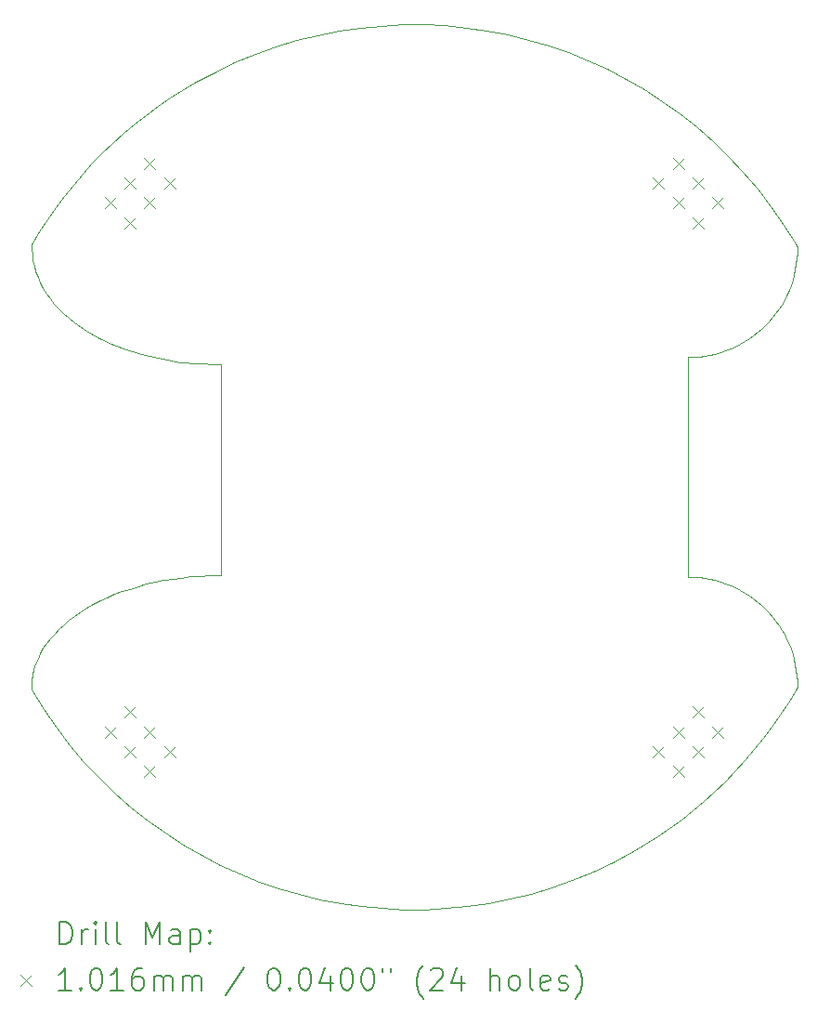
<source format=gbr>
%TF.GenerationSoftware,KiCad,Pcbnew,8.0.0*%
%TF.CreationDate,2024-04-10T23:53:37-03:00*%
%TF.ProjectId,sponsor_v1.0,73706f6e-736f-4725-9f76-312e302e6b69,rev?*%
%TF.SameCoordinates,Original*%
%TF.FileFunction,Drillmap*%
%TF.FilePolarity,Positive*%
%FSLAX45Y45*%
G04 Gerber Fmt 4.5, Leading zero omitted, Abs format (unit mm)*
G04 Created by KiCad (PCBNEW 8.0.0) date 2024-04-10 23:53:37*
%MOMM*%
%LPD*%
G01*
G04 APERTURE LIST*
%ADD10C,0.100000*%
%ADD11C,0.200000*%
%ADD12C,0.101600*%
G04 APERTURE END LIST*
D10*
X15630634Y-6474265D02*
X15822630Y-6492661D01*
X16013278Y-6520143D01*
X16202240Y-6556619D01*
X16389175Y-6601996D01*
X16573743Y-6656183D01*
X16755606Y-6719087D01*
X16934423Y-6790616D01*
X17109854Y-6870679D01*
X17281560Y-6959184D01*
X17449201Y-7056037D01*
X17612437Y-7161148D01*
X17770929Y-7274424D01*
X17924336Y-7395773D01*
X18072319Y-7525103D01*
X18214539Y-7662321D01*
X18350655Y-7807337D01*
X18480328Y-7960057D01*
X18603218Y-8120391D01*
X18718985Y-8288245D01*
X18827290Y-8463527D01*
X18845131Y-8495966D01*
X18843830Y-8547496D01*
X18839968Y-8598346D01*
X18833609Y-8648454D01*
X18824816Y-8697755D01*
X18813650Y-8746188D01*
X18800174Y-8793690D01*
X18784451Y-8840199D01*
X18766545Y-8885651D01*
X18746516Y-8929984D01*
X18724429Y-8973135D01*
X18700345Y-9015042D01*
X18674328Y-9055643D01*
X18646439Y-9094873D01*
X18616743Y-9132671D01*
X18585301Y-9168974D01*
X18552176Y-9203720D01*
X18517430Y-9236845D01*
X18481127Y-9268287D01*
X18443329Y-9297984D01*
X18404098Y-9325872D01*
X18363498Y-9351889D01*
X18321591Y-9375973D01*
X18278440Y-9398060D01*
X18234106Y-9418089D01*
X18188654Y-9435996D01*
X18142146Y-9451718D01*
X18094644Y-9465194D01*
X18046210Y-9476360D01*
X17996909Y-9485154D01*
X17946802Y-9491512D01*
X17895951Y-9495374D01*
X17844421Y-9496675D01*
X17844421Y-11496472D01*
X17895951Y-11497773D01*
X17946802Y-11501634D01*
X17996909Y-11507993D01*
X18046210Y-11516787D01*
X18094644Y-11527953D01*
X18142146Y-11541429D01*
X18188654Y-11557151D01*
X18234106Y-11575058D01*
X18278440Y-11595087D01*
X18321591Y-11617174D01*
X18363498Y-11641258D01*
X18404098Y-11667275D01*
X18443329Y-11695163D01*
X18481127Y-11724860D01*
X18517430Y-11756302D01*
X18552176Y-11789427D01*
X18585301Y-11824173D01*
X18616743Y-11860476D01*
X18646439Y-11898274D01*
X18674328Y-11937504D01*
X18700345Y-11978105D01*
X18724429Y-12020012D01*
X18746516Y-12063163D01*
X18766545Y-12107496D01*
X18784451Y-12152948D01*
X18800174Y-12199457D01*
X18813650Y-12246959D01*
X18824816Y-12295392D01*
X18833609Y-12344694D01*
X18839968Y-12394801D01*
X18843830Y-12445652D01*
X18845131Y-12497182D01*
X18827290Y-12529620D01*
X18758593Y-12642753D01*
X18686362Y-12753410D01*
X18610672Y-12861511D01*
X18531598Y-12966974D01*
X18449217Y-13069720D01*
X18363605Y-13169667D01*
X18274838Y-13266734D01*
X18182991Y-13360841D01*
X18088142Y-13451908D01*
X17990366Y-13539852D01*
X17889739Y-13624594D01*
X17786336Y-13706052D01*
X17680235Y-13784146D01*
X17571511Y-13858795D01*
X17460240Y-13929919D01*
X17346498Y-13997436D01*
X17164690Y-14095102D01*
X16980162Y-14182587D01*
X16793252Y-14259983D01*
X16604301Y-14327380D01*
X16413647Y-14384872D01*
X16221630Y-14432550D01*
X16028590Y-14470505D01*
X15834866Y-14498829D01*
X15640798Y-14517615D01*
X15446725Y-14526953D01*
X15252985Y-14526936D01*
X15059920Y-14517655D01*
X14867868Y-14499203D01*
X14677169Y-14471670D01*
X14488162Y-14435149D01*
X14301187Y-14389731D01*
X14116582Y-14335509D01*
X13934689Y-14272573D01*
X13755845Y-14201017D01*
X13580390Y-14120930D01*
X13408665Y-14032406D01*
X13241007Y-13935537D01*
X13077758Y-13830412D01*
X12919256Y-13717126D01*
X12765840Y-13595769D01*
X12617850Y-13466432D01*
X12475626Y-13329209D01*
X12339507Y-13184190D01*
X12209832Y-13031468D01*
X12086942Y-12871134D01*
X11971174Y-12703280D01*
X11862870Y-12527997D01*
X11862870Y-12492316D01*
X11865094Y-12440476D01*
X11871697Y-12389309D01*
X11882571Y-12338878D01*
X11897607Y-12289246D01*
X11916699Y-12240478D01*
X11939739Y-12192638D01*
X11966620Y-12145788D01*
X11997233Y-12099994D01*
X12031472Y-12055319D01*
X12069229Y-12011827D01*
X12110397Y-11969582D01*
X12154868Y-11928647D01*
X12202534Y-11889086D01*
X12253288Y-11850964D01*
X12307022Y-11814344D01*
X12363629Y-11779290D01*
X12423002Y-11745865D01*
X12485033Y-11714135D01*
X12549615Y-11684161D01*
X12616639Y-11656010D01*
X12685998Y-11629743D01*
X12757586Y-11605426D01*
X12831294Y-11583121D01*
X12907015Y-11562893D01*
X12984642Y-11544806D01*
X13064066Y-11528923D01*
X13145181Y-11515309D01*
X13227878Y-11504027D01*
X13312051Y-11495140D01*
X13397592Y-11488714D01*
X13484393Y-11484811D01*
X13572347Y-11483496D01*
X13587040Y-11483642D01*
X13586178Y-9561618D01*
X13556128Y-9561551D01*
X13383177Y-9556089D01*
X13215220Y-9540061D01*
X13053107Y-9513996D01*
X12897689Y-9478428D01*
X12749817Y-9433890D01*
X12610341Y-9380912D01*
X12480112Y-9320028D01*
X12359980Y-9251769D01*
X12250796Y-9176667D01*
X12153410Y-9095256D01*
X12068673Y-9008066D01*
X12031314Y-8962471D01*
X11997435Y-8915631D01*
X11967145Y-8867612D01*
X11940548Y-8818481D01*
X11917751Y-8768306D01*
X11898861Y-8717151D01*
X11883983Y-8665084D01*
X11873225Y-8612171D01*
X11866692Y-8558479D01*
X11864491Y-8504074D01*
X11862870Y-8465149D01*
X11931566Y-8351748D01*
X12003800Y-8240890D01*
X12079498Y-8132645D01*
X12158587Y-8027085D01*
X12240992Y-7924281D01*
X12326640Y-7824304D01*
X12415457Y-7727225D01*
X12507370Y-7633117D01*
X12602305Y-7542049D01*
X12700189Y-7454093D01*
X12800947Y-7369322D01*
X12904506Y-7287805D01*
X13010793Y-7209614D01*
X13119734Y-7134821D01*
X13231255Y-7063496D01*
X13345282Y-6995711D01*
X13526942Y-6897897D01*
X13711333Y-6810274D01*
X13898113Y-6732749D01*
X14086944Y-6665231D01*
X14277486Y-6607627D01*
X14469398Y-6559845D01*
X14662342Y-6521793D01*
X14855976Y-6493380D01*
X15049963Y-6474512D01*
X15243961Y-6465099D01*
X15437631Y-6465047D01*
X15630634Y-6474265D01*
D11*
D12*
X12529902Y-8039363D02*
X12631502Y-8140963D01*
X12631502Y-8039363D02*
X12529902Y-8140963D01*
X12529902Y-12859757D02*
X12631502Y-12961357D01*
X12631502Y-12859757D02*
X12529902Y-12961357D01*
X12709507Y-7859757D02*
X12811107Y-7961357D01*
X12811107Y-7859757D02*
X12709507Y-7961357D01*
X12709507Y-8218968D02*
X12811107Y-8320568D01*
X12811107Y-8218968D02*
X12709507Y-8320568D01*
X12709507Y-12680152D02*
X12811107Y-12781752D01*
X12811107Y-12680152D02*
X12709507Y-12781752D01*
X12709507Y-13039363D02*
X12811107Y-13140963D01*
X12811107Y-13039363D02*
X12709507Y-13140963D01*
X12889113Y-7680152D02*
X12990713Y-7781752D01*
X12990713Y-7680152D02*
X12889113Y-7781752D01*
X12889113Y-8039363D02*
X12990713Y-8140963D01*
X12990713Y-8039363D02*
X12889113Y-8140963D01*
X12889113Y-12859757D02*
X12990713Y-12961357D01*
X12990713Y-12859757D02*
X12889113Y-12961357D01*
X12889113Y-13218968D02*
X12990713Y-13320568D01*
X12990713Y-13218968D02*
X12889113Y-13320568D01*
X13068718Y-7859757D02*
X13170318Y-7961357D01*
X13170318Y-7859757D02*
X13068718Y-7961357D01*
X13068718Y-13039363D02*
X13170318Y-13140963D01*
X13170318Y-13039363D02*
X13068718Y-13140963D01*
X17529902Y-7859757D02*
X17631502Y-7961357D01*
X17631502Y-7859757D02*
X17529902Y-7961357D01*
X17529902Y-13039363D02*
X17631502Y-13140963D01*
X17631502Y-13039363D02*
X17529902Y-13140963D01*
X17709507Y-7680152D02*
X17811107Y-7781752D01*
X17811107Y-7680152D02*
X17709507Y-7781752D01*
X17709507Y-8039363D02*
X17811107Y-8140963D01*
X17811107Y-8039363D02*
X17709507Y-8140963D01*
X17709507Y-12859757D02*
X17811107Y-12961357D01*
X17811107Y-12859757D02*
X17709507Y-12961357D01*
X17709507Y-13218968D02*
X17811107Y-13320568D01*
X17811107Y-13218968D02*
X17709507Y-13320568D01*
X17889113Y-7859757D02*
X17990713Y-7961357D01*
X17990713Y-7859757D02*
X17889113Y-7961357D01*
X17889113Y-8218968D02*
X17990713Y-8320568D01*
X17990713Y-8218968D02*
X17889113Y-8320568D01*
X17889113Y-12680152D02*
X17990713Y-12781752D01*
X17990713Y-12680152D02*
X17889113Y-12781752D01*
X17889113Y-13039363D02*
X17990713Y-13140963D01*
X17990713Y-13039363D02*
X17889113Y-13140963D01*
X18068718Y-8039363D02*
X18170318Y-8140963D01*
X18170318Y-8039363D02*
X18068718Y-8140963D01*
X18068718Y-12859757D02*
X18170318Y-12961357D01*
X18170318Y-12859757D02*
X18068718Y-12961357D01*
D11*
X12118646Y-14843437D02*
X12118646Y-14643437D01*
X12118646Y-14643437D02*
X12166265Y-14643437D01*
X12166265Y-14643437D02*
X12194837Y-14652961D01*
X12194837Y-14652961D02*
X12213884Y-14672008D01*
X12213884Y-14672008D02*
X12223408Y-14691056D01*
X12223408Y-14691056D02*
X12232932Y-14729151D01*
X12232932Y-14729151D02*
X12232932Y-14757722D01*
X12232932Y-14757722D02*
X12223408Y-14795818D01*
X12223408Y-14795818D02*
X12213884Y-14814865D01*
X12213884Y-14814865D02*
X12194837Y-14833913D01*
X12194837Y-14833913D02*
X12166265Y-14843437D01*
X12166265Y-14843437D02*
X12118646Y-14843437D01*
X12318646Y-14843437D02*
X12318646Y-14710103D01*
X12318646Y-14748199D02*
X12328170Y-14729151D01*
X12328170Y-14729151D02*
X12337694Y-14719627D01*
X12337694Y-14719627D02*
X12356742Y-14710103D01*
X12356742Y-14710103D02*
X12375789Y-14710103D01*
X12442456Y-14843437D02*
X12442456Y-14710103D01*
X12442456Y-14643437D02*
X12432932Y-14652961D01*
X12432932Y-14652961D02*
X12442456Y-14662484D01*
X12442456Y-14662484D02*
X12451980Y-14652961D01*
X12451980Y-14652961D02*
X12442456Y-14643437D01*
X12442456Y-14643437D02*
X12442456Y-14662484D01*
X12566265Y-14843437D02*
X12547218Y-14833913D01*
X12547218Y-14833913D02*
X12537694Y-14814865D01*
X12537694Y-14814865D02*
X12537694Y-14643437D01*
X12671027Y-14843437D02*
X12651980Y-14833913D01*
X12651980Y-14833913D02*
X12642456Y-14814865D01*
X12642456Y-14814865D02*
X12642456Y-14643437D01*
X12899599Y-14843437D02*
X12899599Y-14643437D01*
X12899599Y-14643437D02*
X12966265Y-14786294D01*
X12966265Y-14786294D02*
X13032932Y-14643437D01*
X13032932Y-14643437D02*
X13032932Y-14843437D01*
X13213884Y-14843437D02*
X13213884Y-14738675D01*
X13213884Y-14738675D02*
X13204361Y-14719627D01*
X13204361Y-14719627D02*
X13185313Y-14710103D01*
X13185313Y-14710103D02*
X13147218Y-14710103D01*
X13147218Y-14710103D02*
X13128170Y-14719627D01*
X13213884Y-14833913D02*
X13194837Y-14843437D01*
X13194837Y-14843437D02*
X13147218Y-14843437D01*
X13147218Y-14843437D02*
X13128170Y-14833913D01*
X13128170Y-14833913D02*
X13118646Y-14814865D01*
X13118646Y-14814865D02*
X13118646Y-14795818D01*
X13118646Y-14795818D02*
X13128170Y-14776770D01*
X13128170Y-14776770D02*
X13147218Y-14767246D01*
X13147218Y-14767246D02*
X13194837Y-14767246D01*
X13194837Y-14767246D02*
X13213884Y-14757722D01*
X13309123Y-14710103D02*
X13309123Y-14910103D01*
X13309123Y-14719627D02*
X13328170Y-14710103D01*
X13328170Y-14710103D02*
X13366265Y-14710103D01*
X13366265Y-14710103D02*
X13385313Y-14719627D01*
X13385313Y-14719627D02*
X13394837Y-14729151D01*
X13394837Y-14729151D02*
X13404361Y-14748199D01*
X13404361Y-14748199D02*
X13404361Y-14805341D01*
X13404361Y-14805341D02*
X13394837Y-14824389D01*
X13394837Y-14824389D02*
X13385313Y-14833913D01*
X13385313Y-14833913D02*
X13366265Y-14843437D01*
X13366265Y-14843437D02*
X13328170Y-14843437D01*
X13328170Y-14843437D02*
X13309123Y-14833913D01*
X13490075Y-14824389D02*
X13499599Y-14833913D01*
X13499599Y-14833913D02*
X13490075Y-14843437D01*
X13490075Y-14843437D02*
X13480551Y-14833913D01*
X13480551Y-14833913D02*
X13490075Y-14824389D01*
X13490075Y-14824389D02*
X13490075Y-14843437D01*
X13490075Y-14719627D02*
X13499599Y-14729151D01*
X13499599Y-14729151D02*
X13490075Y-14738675D01*
X13490075Y-14738675D02*
X13480551Y-14729151D01*
X13480551Y-14729151D02*
X13490075Y-14719627D01*
X13490075Y-14719627D02*
X13490075Y-14738675D01*
D12*
X11756270Y-15121153D02*
X11857870Y-15222753D01*
X11857870Y-15121153D02*
X11756270Y-15222753D01*
D11*
X12223408Y-15263437D02*
X12109123Y-15263437D01*
X12166265Y-15263437D02*
X12166265Y-15063437D01*
X12166265Y-15063437D02*
X12147218Y-15092008D01*
X12147218Y-15092008D02*
X12128170Y-15111056D01*
X12128170Y-15111056D02*
X12109123Y-15120580D01*
X12309123Y-15244389D02*
X12318646Y-15253913D01*
X12318646Y-15253913D02*
X12309123Y-15263437D01*
X12309123Y-15263437D02*
X12299599Y-15253913D01*
X12299599Y-15253913D02*
X12309123Y-15244389D01*
X12309123Y-15244389D02*
X12309123Y-15263437D01*
X12442456Y-15063437D02*
X12461504Y-15063437D01*
X12461504Y-15063437D02*
X12480551Y-15072961D01*
X12480551Y-15072961D02*
X12490075Y-15082484D01*
X12490075Y-15082484D02*
X12499599Y-15101532D01*
X12499599Y-15101532D02*
X12509123Y-15139627D01*
X12509123Y-15139627D02*
X12509123Y-15187246D01*
X12509123Y-15187246D02*
X12499599Y-15225341D01*
X12499599Y-15225341D02*
X12490075Y-15244389D01*
X12490075Y-15244389D02*
X12480551Y-15253913D01*
X12480551Y-15253913D02*
X12461504Y-15263437D01*
X12461504Y-15263437D02*
X12442456Y-15263437D01*
X12442456Y-15263437D02*
X12423408Y-15253913D01*
X12423408Y-15253913D02*
X12413884Y-15244389D01*
X12413884Y-15244389D02*
X12404361Y-15225341D01*
X12404361Y-15225341D02*
X12394837Y-15187246D01*
X12394837Y-15187246D02*
X12394837Y-15139627D01*
X12394837Y-15139627D02*
X12404361Y-15101532D01*
X12404361Y-15101532D02*
X12413884Y-15082484D01*
X12413884Y-15082484D02*
X12423408Y-15072961D01*
X12423408Y-15072961D02*
X12442456Y-15063437D01*
X12699599Y-15263437D02*
X12585313Y-15263437D01*
X12642456Y-15263437D02*
X12642456Y-15063437D01*
X12642456Y-15063437D02*
X12623408Y-15092008D01*
X12623408Y-15092008D02*
X12604361Y-15111056D01*
X12604361Y-15111056D02*
X12585313Y-15120580D01*
X12871027Y-15063437D02*
X12832932Y-15063437D01*
X12832932Y-15063437D02*
X12813884Y-15072961D01*
X12813884Y-15072961D02*
X12804361Y-15082484D01*
X12804361Y-15082484D02*
X12785313Y-15111056D01*
X12785313Y-15111056D02*
X12775789Y-15149151D01*
X12775789Y-15149151D02*
X12775789Y-15225341D01*
X12775789Y-15225341D02*
X12785313Y-15244389D01*
X12785313Y-15244389D02*
X12794837Y-15253913D01*
X12794837Y-15253913D02*
X12813884Y-15263437D01*
X12813884Y-15263437D02*
X12851980Y-15263437D01*
X12851980Y-15263437D02*
X12871027Y-15253913D01*
X12871027Y-15253913D02*
X12880551Y-15244389D01*
X12880551Y-15244389D02*
X12890075Y-15225341D01*
X12890075Y-15225341D02*
X12890075Y-15177722D01*
X12890075Y-15177722D02*
X12880551Y-15158675D01*
X12880551Y-15158675D02*
X12871027Y-15149151D01*
X12871027Y-15149151D02*
X12851980Y-15139627D01*
X12851980Y-15139627D02*
X12813884Y-15139627D01*
X12813884Y-15139627D02*
X12794837Y-15149151D01*
X12794837Y-15149151D02*
X12785313Y-15158675D01*
X12785313Y-15158675D02*
X12775789Y-15177722D01*
X12975789Y-15263437D02*
X12975789Y-15130103D01*
X12975789Y-15149151D02*
X12985313Y-15139627D01*
X12985313Y-15139627D02*
X13004361Y-15130103D01*
X13004361Y-15130103D02*
X13032932Y-15130103D01*
X13032932Y-15130103D02*
X13051980Y-15139627D01*
X13051980Y-15139627D02*
X13061504Y-15158675D01*
X13061504Y-15158675D02*
X13061504Y-15263437D01*
X13061504Y-15158675D02*
X13071027Y-15139627D01*
X13071027Y-15139627D02*
X13090075Y-15130103D01*
X13090075Y-15130103D02*
X13118646Y-15130103D01*
X13118646Y-15130103D02*
X13137694Y-15139627D01*
X13137694Y-15139627D02*
X13147218Y-15158675D01*
X13147218Y-15158675D02*
X13147218Y-15263437D01*
X13242456Y-15263437D02*
X13242456Y-15130103D01*
X13242456Y-15149151D02*
X13251980Y-15139627D01*
X13251980Y-15139627D02*
X13271027Y-15130103D01*
X13271027Y-15130103D02*
X13299599Y-15130103D01*
X13299599Y-15130103D02*
X13318646Y-15139627D01*
X13318646Y-15139627D02*
X13328170Y-15158675D01*
X13328170Y-15158675D02*
X13328170Y-15263437D01*
X13328170Y-15158675D02*
X13337694Y-15139627D01*
X13337694Y-15139627D02*
X13356742Y-15130103D01*
X13356742Y-15130103D02*
X13385313Y-15130103D01*
X13385313Y-15130103D02*
X13404361Y-15139627D01*
X13404361Y-15139627D02*
X13413885Y-15158675D01*
X13413885Y-15158675D02*
X13413885Y-15263437D01*
X13804361Y-15053913D02*
X13632932Y-15311056D01*
X14061504Y-15063437D02*
X14080551Y-15063437D01*
X14080551Y-15063437D02*
X14099599Y-15072961D01*
X14099599Y-15072961D02*
X14109123Y-15082484D01*
X14109123Y-15082484D02*
X14118647Y-15101532D01*
X14118647Y-15101532D02*
X14128170Y-15139627D01*
X14128170Y-15139627D02*
X14128170Y-15187246D01*
X14128170Y-15187246D02*
X14118647Y-15225341D01*
X14118647Y-15225341D02*
X14109123Y-15244389D01*
X14109123Y-15244389D02*
X14099599Y-15253913D01*
X14099599Y-15253913D02*
X14080551Y-15263437D01*
X14080551Y-15263437D02*
X14061504Y-15263437D01*
X14061504Y-15263437D02*
X14042456Y-15253913D01*
X14042456Y-15253913D02*
X14032932Y-15244389D01*
X14032932Y-15244389D02*
X14023408Y-15225341D01*
X14023408Y-15225341D02*
X14013885Y-15187246D01*
X14013885Y-15187246D02*
X14013885Y-15139627D01*
X14013885Y-15139627D02*
X14023408Y-15101532D01*
X14023408Y-15101532D02*
X14032932Y-15082484D01*
X14032932Y-15082484D02*
X14042456Y-15072961D01*
X14042456Y-15072961D02*
X14061504Y-15063437D01*
X14213885Y-15244389D02*
X14223408Y-15253913D01*
X14223408Y-15253913D02*
X14213885Y-15263437D01*
X14213885Y-15263437D02*
X14204361Y-15253913D01*
X14204361Y-15253913D02*
X14213885Y-15244389D01*
X14213885Y-15244389D02*
X14213885Y-15263437D01*
X14347218Y-15063437D02*
X14366266Y-15063437D01*
X14366266Y-15063437D02*
X14385313Y-15072961D01*
X14385313Y-15072961D02*
X14394837Y-15082484D01*
X14394837Y-15082484D02*
X14404361Y-15101532D01*
X14404361Y-15101532D02*
X14413885Y-15139627D01*
X14413885Y-15139627D02*
X14413885Y-15187246D01*
X14413885Y-15187246D02*
X14404361Y-15225341D01*
X14404361Y-15225341D02*
X14394837Y-15244389D01*
X14394837Y-15244389D02*
X14385313Y-15253913D01*
X14385313Y-15253913D02*
X14366266Y-15263437D01*
X14366266Y-15263437D02*
X14347218Y-15263437D01*
X14347218Y-15263437D02*
X14328170Y-15253913D01*
X14328170Y-15253913D02*
X14318647Y-15244389D01*
X14318647Y-15244389D02*
X14309123Y-15225341D01*
X14309123Y-15225341D02*
X14299599Y-15187246D01*
X14299599Y-15187246D02*
X14299599Y-15139627D01*
X14299599Y-15139627D02*
X14309123Y-15101532D01*
X14309123Y-15101532D02*
X14318647Y-15082484D01*
X14318647Y-15082484D02*
X14328170Y-15072961D01*
X14328170Y-15072961D02*
X14347218Y-15063437D01*
X14585313Y-15130103D02*
X14585313Y-15263437D01*
X14537694Y-15053913D02*
X14490075Y-15196770D01*
X14490075Y-15196770D02*
X14613885Y-15196770D01*
X14728170Y-15063437D02*
X14747218Y-15063437D01*
X14747218Y-15063437D02*
X14766266Y-15072961D01*
X14766266Y-15072961D02*
X14775789Y-15082484D01*
X14775789Y-15082484D02*
X14785313Y-15101532D01*
X14785313Y-15101532D02*
X14794837Y-15139627D01*
X14794837Y-15139627D02*
X14794837Y-15187246D01*
X14794837Y-15187246D02*
X14785313Y-15225341D01*
X14785313Y-15225341D02*
X14775789Y-15244389D01*
X14775789Y-15244389D02*
X14766266Y-15253913D01*
X14766266Y-15253913D02*
X14747218Y-15263437D01*
X14747218Y-15263437D02*
X14728170Y-15263437D01*
X14728170Y-15263437D02*
X14709123Y-15253913D01*
X14709123Y-15253913D02*
X14699599Y-15244389D01*
X14699599Y-15244389D02*
X14690075Y-15225341D01*
X14690075Y-15225341D02*
X14680551Y-15187246D01*
X14680551Y-15187246D02*
X14680551Y-15139627D01*
X14680551Y-15139627D02*
X14690075Y-15101532D01*
X14690075Y-15101532D02*
X14699599Y-15082484D01*
X14699599Y-15082484D02*
X14709123Y-15072961D01*
X14709123Y-15072961D02*
X14728170Y-15063437D01*
X14918647Y-15063437D02*
X14937694Y-15063437D01*
X14937694Y-15063437D02*
X14956742Y-15072961D01*
X14956742Y-15072961D02*
X14966266Y-15082484D01*
X14966266Y-15082484D02*
X14975789Y-15101532D01*
X14975789Y-15101532D02*
X14985313Y-15139627D01*
X14985313Y-15139627D02*
X14985313Y-15187246D01*
X14985313Y-15187246D02*
X14975789Y-15225341D01*
X14975789Y-15225341D02*
X14966266Y-15244389D01*
X14966266Y-15244389D02*
X14956742Y-15253913D01*
X14956742Y-15253913D02*
X14937694Y-15263437D01*
X14937694Y-15263437D02*
X14918647Y-15263437D01*
X14918647Y-15263437D02*
X14899599Y-15253913D01*
X14899599Y-15253913D02*
X14890075Y-15244389D01*
X14890075Y-15244389D02*
X14880551Y-15225341D01*
X14880551Y-15225341D02*
X14871028Y-15187246D01*
X14871028Y-15187246D02*
X14871028Y-15139627D01*
X14871028Y-15139627D02*
X14880551Y-15101532D01*
X14880551Y-15101532D02*
X14890075Y-15082484D01*
X14890075Y-15082484D02*
X14899599Y-15072961D01*
X14899599Y-15072961D02*
X14918647Y-15063437D01*
X15061504Y-15063437D02*
X15061504Y-15101532D01*
X15137694Y-15063437D02*
X15137694Y-15101532D01*
X15432932Y-15339627D02*
X15423409Y-15330103D01*
X15423409Y-15330103D02*
X15404361Y-15301532D01*
X15404361Y-15301532D02*
X15394837Y-15282484D01*
X15394837Y-15282484D02*
X15385313Y-15253913D01*
X15385313Y-15253913D02*
X15375790Y-15206294D01*
X15375790Y-15206294D02*
X15375790Y-15168199D01*
X15375790Y-15168199D02*
X15385313Y-15120580D01*
X15385313Y-15120580D02*
X15394837Y-15092008D01*
X15394837Y-15092008D02*
X15404361Y-15072961D01*
X15404361Y-15072961D02*
X15423409Y-15044389D01*
X15423409Y-15044389D02*
X15432932Y-15034865D01*
X15499599Y-15082484D02*
X15509123Y-15072961D01*
X15509123Y-15072961D02*
X15528170Y-15063437D01*
X15528170Y-15063437D02*
X15575790Y-15063437D01*
X15575790Y-15063437D02*
X15594837Y-15072961D01*
X15594837Y-15072961D02*
X15604361Y-15082484D01*
X15604361Y-15082484D02*
X15613885Y-15101532D01*
X15613885Y-15101532D02*
X15613885Y-15120580D01*
X15613885Y-15120580D02*
X15604361Y-15149151D01*
X15604361Y-15149151D02*
X15490075Y-15263437D01*
X15490075Y-15263437D02*
X15613885Y-15263437D01*
X15785313Y-15130103D02*
X15785313Y-15263437D01*
X15737694Y-15053913D02*
X15690075Y-15196770D01*
X15690075Y-15196770D02*
X15813885Y-15196770D01*
X16042456Y-15263437D02*
X16042456Y-15063437D01*
X16128171Y-15263437D02*
X16128171Y-15158675D01*
X16128171Y-15158675D02*
X16118647Y-15139627D01*
X16118647Y-15139627D02*
X16099599Y-15130103D01*
X16099599Y-15130103D02*
X16071028Y-15130103D01*
X16071028Y-15130103D02*
X16051980Y-15139627D01*
X16051980Y-15139627D02*
X16042456Y-15149151D01*
X16251980Y-15263437D02*
X16232932Y-15253913D01*
X16232932Y-15253913D02*
X16223409Y-15244389D01*
X16223409Y-15244389D02*
X16213885Y-15225341D01*
X16213885Y-15225341D02*
X16213885Y-15168199D01*
X16213885Y-15168199D02*
X16223409Y-15149151D01*
X16223409Y-15149151D02*
X16232932Y-15139627D01*
X16232932Y-15139627D02*
X16251980Y-15130103D01*
X16251980Y-15130103D02*
X16280552Y-15130103D01*
X16280552Y-15130103D02*
X16299599Y-15139627D01*
X16299599Y-15139627D02*
X16309123Y-15149151D01*
X16309123Y-15149151D02*
X16318647Y-15168199D01*
X16318647Y-15168199D02*
X16318647Y-15225341D01*
X16318647Y-15225341D02*
X16309123Y-15244389D01*
X16309123Y-15244389D02*
X16299599Y-15253913D01*
X16299599Y-15253913D02*
X16280552Y-15263437D01*
X16280552Y-15263437D02*
X16251980Y-15263437D01*
X16432932Y-15263437D02*
X16413885Y-15253913D01*
X16413885Y-15253913D02*
X16404361Y-15234865D01*
X16404361Y-15234865D02*
X16404361Y-15063437D01*
X16585313Y-15253913D02*
X16566266Y-15263437D01*
X16566266Y-15263437D02*
X16528171Y-15263437D01*
X16528171Y-15263437D02*
X16509123Y-15253913D01*
X16509123Y-15253913D02*
X16499599Y-15234865D01*
X16499599Y-15234865D02*
X16499599Y-15158675D01*
X16499599Y-15158675D02*
X16509123Y-15139627D01*
X16509123Y-15139627D02*
X16528171Y-15130103D01*
X16528171Y-15130103D02*
X16566266Y-15130103D01*
X16566266Y-15130103D02*
X16585313Y-15139627D01*
X16585313Y-15139627D02*
X16594837Y-15158675D01*
X16594837Y-15158675D02*
X16594837Y-15177722D01*
X16594837Y-15177722D02*
X16499599Y-15196770D01*
X16671028Y-15253913D02*
X16690075Y-15263437D01*
X16690075Y-15263437D02*
X16728171Y-15263437D01*
X16728171Y-15263437D02*
X16747218Y-15253913D01*
X16747218Y-15253913D02*
X16756742Y-15234865D01*
X16756742Y-15234865D02*
X16756742Y-15225341D01*
X16756742Y-15225341D02*
X16747218Y-15206294D01*
X16747218Y-15206294D02*
X16728171Y-15196770D01*
X16728171Y-15196770D02*
X16699599Y-15196770D01*
X16699599Y-15196770D02*
X16680552Y-15187246D01*
X16680552Y-15187246D02*
X16671028Y-15168199D01*
X16671028Y-15168199D02*
X16671028Y-15158675D01*
X16671028Y-15158675D02*
X16680552Y-15139627D01*
X16680552Y-15139627D02*
X16699599Y-15130103D01*
X16699599Y-15130103D02*
X16728171Y-15130103D01*
X16728171Y-15130103D02*
X16747218Y-15139627D01*
X16823409Y-15339627D02*
X16832933Y-15330103D01*
X16832933Y-15330103D02*
X16851980Y-15301532D01*
X16851980Y-15301532D02*
X16861504Y-15282484D01*
X16861504Y-15282484D02*
X16871028Y-15253913D01*
X16871028Y-15253913D02*
X16880552Y-15206294D01*
X16880552Y-15206294D02*
X16880552Y-15168199D01*
X16880552Y-15168199D02*
X16871028Y-15120580D01*
X16871028Y-15120580D02*
X16861504Y-15092008D01*
X16861504Y-15092008D02*
X16851980Y-15072961D01*
X16851980Y-15072961D02*
X16832933Y-15044389D01*
X16832933Y-15044389D02*
X16823409Y-15034865D01*
M02*

</source>
